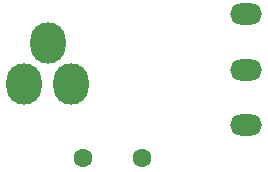
<source format=gbs>
%TF.GenerationSoftware,KiCad,Pcbnew,9.0.6*%
%TF.CreationDate,2025-12-14T23:52:50+01:00*%
%TF.ProjectId,ledConnect,6c656443-6f6e-46e6-9563-742e6b696361,rev?*%
%TF.SameCoordinates,Original*%
%TF.FileFunction,Soldermask,Bot*%
%TF.FilePolarity,Negative*%
%FSLAX46Y46*%
G04 Gerber Fmt 4.6, Leading zero omitted, Abs format (unit mm)*
G04 Created by KiCad (PCBNEW 9.0.6) date 2025-12-14 23:52:50*
%MOMM*%
%LPD*%
G01*
G04 APERTURE LIST*
%ADD10O,2.700000X1.800000*%
%ADD11C,1.600000*%
%ADD12O,3.000000X3.500000*%
G04 APERTURE END LIST*
D10*
%TO.C,SW1*%
X169612500Y-88000000D03*
X169612500Y-92700000D03*
X169612500Y-97400000D03*
%TD*%
D11*
%TO.C,C1*%
X155832500Y-100200000D03*
X160832500Y-100200000D03*
%TD*%
D12*
%TO.C,U1*%
X150812500Y-93900000D03*
X152812500Y-90440000D03*
X154812500Y-93900000D03*
%TD*%
M02*

</source>
